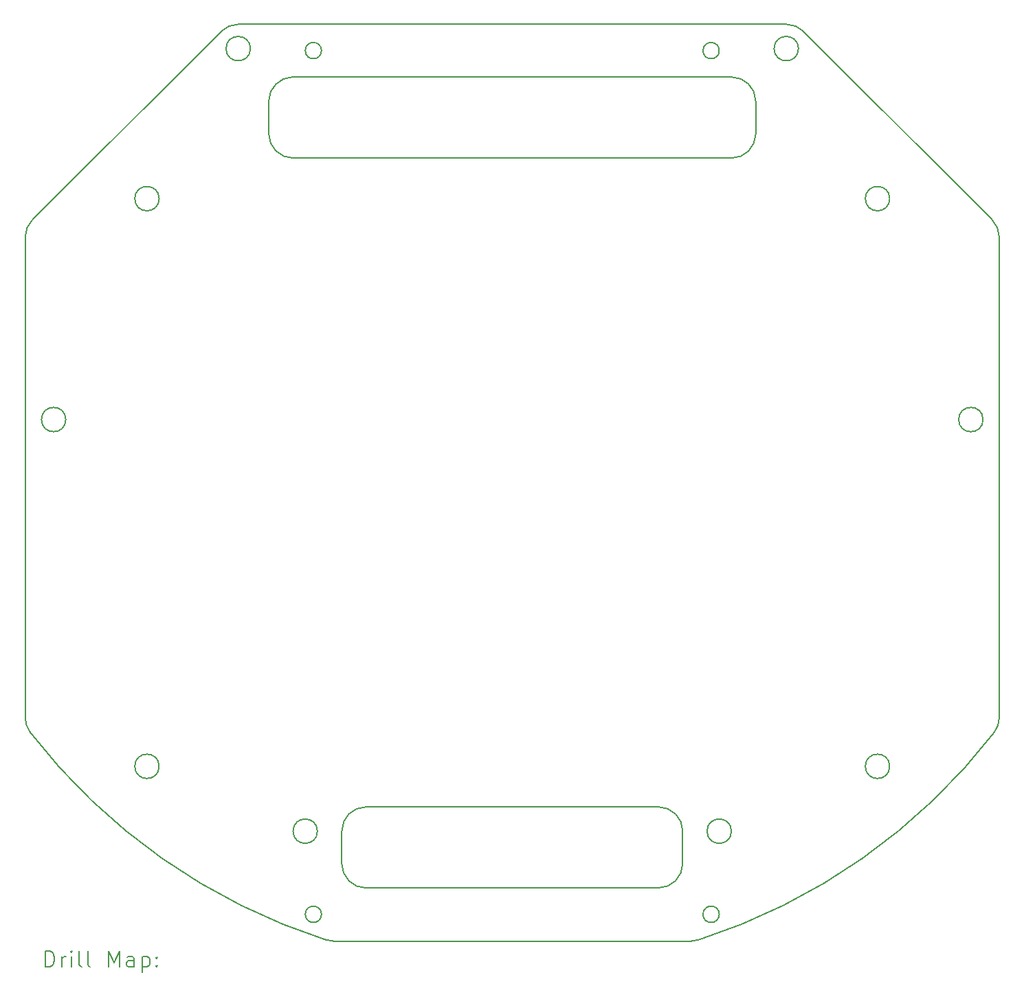
<source format=gbr>
%FSLAX45Y45*%
G04 Gerber Fmt 4.5, Leading zero omitted, Abs format (unit mm)*
G04 Created by KiCad (PCBNEW (6.0.2)) date 2022-03-28 07:25:12*
%MOMM*%
%LPD*%
G01*
G04 APERTURE LIST*
%TA.AperFunction,Profile*%
%ADD10C,0.200000*%
%TD*%
%ADD11C,0.200000*%
G04 APERTURE END LIST*
D10*
X13578200Y-9148465D02*
G75*
G03*
X13578200Y-9148465I-150000J0D01*
G01*
X21628201Y-4599201D02*
G75*
G03*
X21628201Y-4599201I-100000J0D01*
G01*
X20878201Y-14924201D02*
G75*
G03*
X21178201Y-14624201I0J300000D01*
G01*
X23728200Y-6424201D02*
G75*
G03*
X23728200Y-6424201I-150000J0D01*
G01*
X22666068Y-4362069D02*
X24990332Y-6686333D01*
X15702465Y-4274201D02*
G75*
G03*
X15490332Y-4362069I0J-299999D01*
G01*
X16078200Y-5624201D02*
G75*
G03*
X16378200Y-5924201I300000J0D01*
G01*
X16078200Y-5224201D02*
X16078200Y-5624201D01*
X25078200Y-6898465D02*
G75*
G03*
X24990332Y-6686333I-299999J0D01*
G01*
X21178201Y-14224201D02*
G75*
G03*
X20878201Y-13924201I-300000J0D01*
G01*
X16378200Y-5924201D02*
X21778201Y-5924201D01*
X21778201Y-14224201D02*
G75*
G03*
X21778201Y-14224201I-150000J0D01*
G01*
X15702465Y-4274201D02*
X22453936Y-4274201D01*
X22078201Y-5624201D02*
X22078201Y-5224201D01*
X14728200Y-6424201D02*
G75*
G03*
X14728200Y-6424201I-150000J0D01*
G01*
X13166068Y-6686333D02*
X15490332Y-4362069D01*
X13140700Y-13006350D02*
G75*
G03*
X16782932Y-15564351I5937501J4582150D01*
G01*
X25078200Y-6898465D02*
X25078200Y-12823064D01*
X13078200Y-12823064D02*
G75*
G03*
X13140700Y-13006350I300000J0D01*
G01*
X22078201Y-5224201D02*
G75*
G03*
X21778201Y-4924201I-300000J0D01*
G01*
X16978201Y-14624201D02*
G75*
G03*
X17278201Y-14924201I300000J0D01*
G01*
X17278201Y-13924201D02*
G75*
G03*
X16978201Y-14224201I0J-300000D01*
G01*
X21281658Y-15578745D02*
X16874743Y-15578745D01*
X21178201Y-14224201D02*
X21178201Y-14624201D01*
X17278201Y-13924201D02*
X20878201Y-13924201D01*
X21778201Y-5924201D02*
G75*
G03*
X22078201Y-5624201I0J300000D01*
G01*
X13166068Y-6686333D02*
G75*
G03*
X13078200Y-6898465I212131J-212132D01*
G01*
X21281658Y-15578745D02*
G75*
G03*
X21373469Y-15564351I1J299997D01*
G01*
X21373469Y-15564351D02*
G75*
G03*
X25015700Y-13006350I-2295269J7140151D01*
G01*
X13078200Y-12823064D02*
X13078200Y-6898465D01*
X23728200Y-13424201D02*
G75*
G03*
X23728200Y-13424201I-150000J0D01*
G01*
X16378200Y-4924201D02*
G75*
G03*
X16078200Y-5224201I0J-300000D01*
G01*
X22666068Y-4362069D02*
G75*
G03*
X22453936Y-4274201I-212132J-212131D01*
G01*
X22603936Y-4574201D02*
G75*
G03*
X22603936Y-4574201I-150000J0D01*
G01*
X16728200Y-4599201D02*
G75*
G03*
X16728200Y-4599201I-100000J0D01*
G01*
X15852465Y-4574201D02*
G75*
G03*
X15852465Y-4574201I-150000J0D01*
G01*
X16782932Y-15564351D02*
G75*
G03*
X16874743Y-15578745I91810J285602D01*
G01*
X21628201Y-15249201D02*
G75*
G03*
X21628201Y-15249201I-100000J0D01*
G01*
X25015700Y-13006350D02*
G75*
G03*
X25078200Y-12823064I-237500J183286D01*
G01*
X24878200Y-9148465D02*
G75*
G03*
X24878200Y-9148465I-150000J0D01*
G01*
X16728200Y-15249201D02*
G75*
G03*
X16728200Y-15249201I-100000J0D01*
G01*
X21778201Y-4924201D02*
X16378200Y-4924201D01*
X20878201Y-14924201D02*
X17278201Y-14924201D01*
X16678200Y-14224201D02*
G75*
G03*
X16678200Y-14224201I-150000J0D01*
G01*
X14728200Y-13424201D02*
G75*
G03*
X14728200Y-13424201I-150000J0D01*
G01*
X16978201Y-14624201D02*
X16978201Y-14224201D01*
D11*
X13325819Y-15899221D02*
X13325819Y-15699221D01*
X13373438Y-15699221D01*
X13402010Y-15708745D01*
X13421058Y-15727793D01*
X13430581Y-15746840D01*
X13440105Y-15784935D01*
X13440105Y-15813507D01*
X13430581Y-15851602D01*
X13421058Y-15870650D01*
X13402010Y-15889697D01*
X13373438Y-15899221D01*
X13325819Y-15899221D01*
X13525819Y-15899221D02*
X13525819Y-15765888D01*
X13525819Y-15803983D02*
X13535343Y-15784935D01*
X13544867Y-15775412D01*
X13563915Y-15765888D01*
X13582962Y-15765888D01*
X13649629Y-15899221D02*
X13649629Y-15765888D01*
X13649629Y-15699221D02*
X13640105Y-15708745D01*
X13649629Y-15718269D01*
X13659153Y-15708745D01*
X13649629Y-15699221D01*
X13649629Y-15718269D01*
X13773438Y-15899221D02*
X13754391Y-15889697D01*
X13744867Y-15870650D01*
X13744867Y-15699221D01*
X13878200Y-15899221D02*
X13859153Y-15889697D01*
X13849629Y-15870650D01*
X13849629Y-15699221D01*
X14106772Y-15899221D02*
X14106772Y-15699221D01*
X14173438Y-15842078D01*
X14240105Y-15699221D01*
X14240105Y-15899221D01*
X14421058Y-15899221D02*
X14421058Y-15794459D01*
X14411534Y-15775412D01*
X14392486Y-15765888D01*
X14354391Y-15765888D01*
X14335343Y-15775412D01*
X14421058Y-15889697D02*
X14402010Y-15899221D01*
X14354391Y-15899221D01*
X14335343Y-15889697D01*
X14325819Y-15870650D01*
X14325819Y-15851602D01*
X14335343Y-15832554D01*
X14354391Y-15823031D01*
X14402010Y-15823031D01*
X14421058Y-15813507D01*
X14516296Y-15765888D02*
X14516296Y-15965888D01*
X14516296Y-15775412D02*
X14535343Y-15765888D01*
X14573438Y-15765888D01*
X14592486Y-15775412D01*
X14602010Y-15784935D01*
X14611534Y-15803983D01*
X14611534Y-15861126D01*
X14602010Y-15880173D01*
X14592486Y-15889697D01*
X14573438Y-15899221D01*
X14535343Y-15899221D01*
X14516296Y-15889697D01*
X14697248Y-15880173D02*
X14706772Y-15889697D01*
X14697248Y-15899221D01*
X14687724Y-15889697D01*
X14697248Y-15880173D01*
X14697248Y-15899221D01*
X14697248Y-15775412D02*
X14706772Y-15784935D01*
X14697248Y-15794459D01*
X14687724Y-15784935D01*
X14697248Y-15775412D01*
X14697248Y-15794459D01*
M02*

</source>
